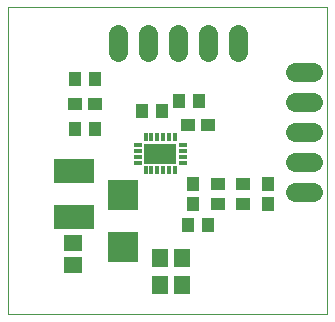
<source format=gts>
G75*
G70*
%OFA0B0*%
%FSLAX24Y24*%
%IPPOS*%
%LPD*%
%AMOC8*
5,1,8,0,0,1.08239X$1,22.5*
%
%ADD10C,0.0000*%
%ADD11R,0.1083X0.0690*%
%ADD12R,0.0276X0.0138*%
%ADD13R,0.0138X0.0276*%
%ADD14R,0.0631X0.0552*%
%ADD15R,0.0552X0.0631*%
%ADD16R,0.0434X0.0473*%
%ADD17R,0.0473X0.0434*%
%ADD18R,0.0985X0.0985*%
%ADD19R,0.1379X0.0788*%
%ADD20C,0.0640*%
D10*
X000100Y000100D02*
X010730Y000100D01*
X010730Y010336D01*
X000100Y010336D01*
X000100Y000100D01*
D11*
X005179Y005454D03*
D12*
X005927Y005356D03*
X005927Y005553D03*
X005927Y005750D03*
X005927Y005159D03*
X004431Y005159D03*
X004431Y005356D03*
X004431Y005553D03*
X004431Y005750D03*
D13*
X004687Y006006D03*
X004883Y006006D03*
X005080Y006006D03*
X005277Y006006D03*
X005474Y006006D03*
X005671Y006006D03*
X005671Y004903D03*
X005474Y004903D03*
X005277Y004903D03*
X005080Y004903D03*
X004883Y004903D03*
X004687Y004903D03*
D14*
X002265Y002482D03*
X002265Y001734D03*
D15*
X005159Y001990D03*
X005907Y001990D03*
X005907Y001084D03*
X005159Y001084D03*
D16*
X006104Y003092D03*
X006773Y003092D03*
X006281Y003781D03*
X006281Y004450D03*
X008761Y004450D03*
X008761Y003781D03*
X005238Y006872D03*
X005789Y007226D03*
X006458Y007226D03*
X004569Y006872D03*
X002994Y006281D03*
X002324Y006281D03*
X002324Y007935D03*
X002994Y007935D03*
D17*
X002994Y007108D03*
X002324Y007108D03*
X006104Y006399D03*
X006773Y006399D03*
X007108Y004450D03*
X007108Y003781D03*
X007935Y003781D03*
X007935Y004450D03*
D18*
X003919Y004076D03*
X003919Y002344D03*
D19*
X002305Y003348D03*
X002305Y004883D03*
D20*
X003769Y008855D02*
X003769Y009455D01*
X004769Y009455D02*
X004769Y008855D01*
X005769Y008855D02*
X005769Y009455D01*
X006769Y009455D02*
X006769Y008855D01*
X007769Y008855D02*
X007769Y009455D01*
X009682Y008163D02*
X010282Y008163D01*
X010282Y007163D02*
X009682Y007163D01*
X009682Y006163D02*
X010282Y006163D01*
X010282Y005163D02*
X009682Y005163D01*
X009682Y004163D02*
X010282Y004163D01*
M02*

</source>
